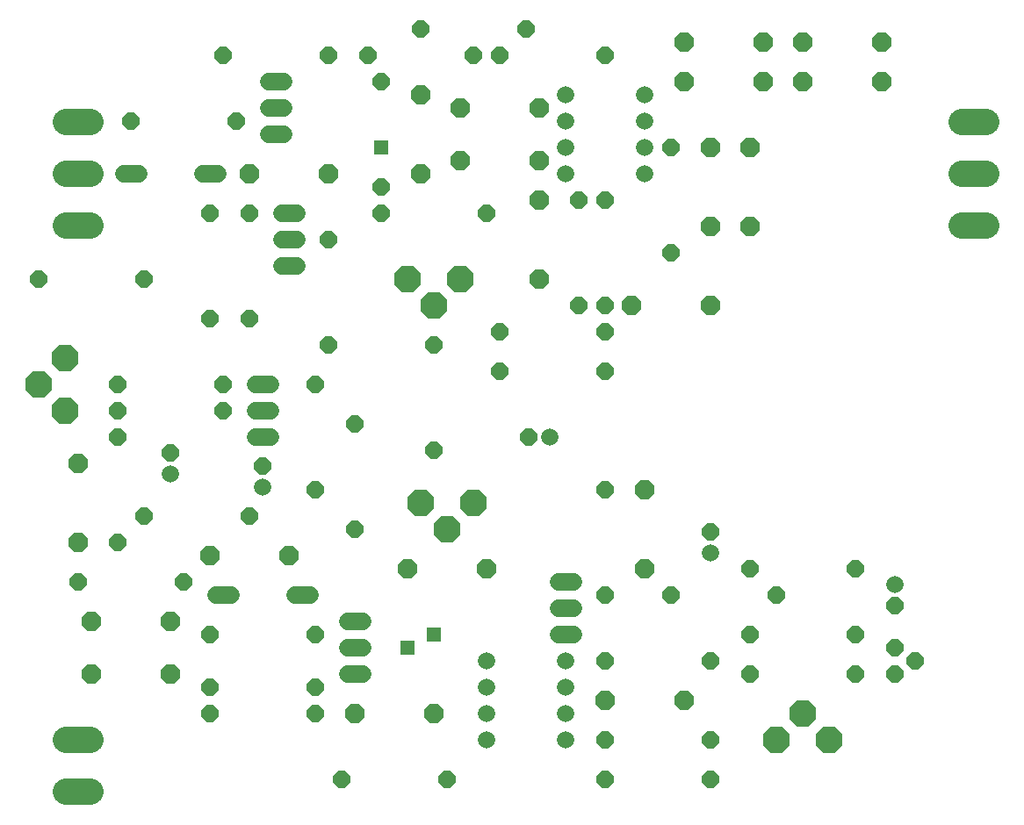
<source format=gbs>
G75*
G70*
%OFA0B0*%
%FSLAX24Y24*%
%IPPOS*%
%LPD*%
%AMOC8*
5,1,8,0,0,1.08239X$1,22.5*
%
%ADD10OC8,0.0656*%
%ADD11C,0.0656*%
%ADD12OC8,0.0728*%
%ADD13C,0.0656*%
%ADD14OC8,0.1016*%
%ADD15C,0.1016*%
%ADD16R,0.0552X0.0552*%
D10*
X008733Y004600D03*
X008733Y005600D03*
X008733Y007600D03*
X007733Y009600D03*
X005233Y011100D03*
X006233Y012100D03*
X007233Y014500D03*
X005233Y015100D03*
X005233Y016100D03*
X005233Y017100D03*
X008733Y019600D03*
X010233Y019600D03*
X013233Y018600D03*
X012733Y017100D03*
X014233Y015600D03*
X017233Y014600D03*
X020833Y015100D03*
X023733Y013100D03*
X027733Y011500D03*
X029233Y010100D03*
X030233Y009100D03*
X029233Y007600D03*
X029233Y006100D03*
X027733Y006600D03*
X026233Y009100D03*
X023733Y009100D03*
X023733Y006600D03*
X023733Y003600D03*
X023733Y002100D03*
X027733Y002100D03*
X027733Y003600D03*
X033233Y006100D03*
X034733Y006100D03*
X035483Y006600D03*
X034733Y007100D03*
X033233Y007600D03*
X034733Y008700D03*
X033233Y010100D03*
X023733Y017600D03*
X023733Y019100D03*
X023733Y020100D03*
X022733Y020100D03*
X019733Y019100D03*
X019733Y017600D03*
X017233Y018600D03*
X013233Y022600D03*
X015233Y023600D03*
X015233Y024600D03*
X019233Y023600D03*
X022733Y024100D03*
X023733Y024100D03*
X026233Y022100D03*
X026233Y026100D03*
X023733Y029600D03*
X020733Y030600D03*
X019733Y029600D03*
X018733Y029600D03*
X016733Y030600D03*
X014733Y029600D03*
X015233Y028600D03*
X013233Y029600D03*
X009733Y027100D03*
X009233Y029600D03*
X005733Y027100D03*
X008733Y023600D03*
X010233Y023600D03*
X006233Y021100D03*
X002233Y021100D03*
X009233Y017100D03*
X009233Y016100D03*
X010733Y014000D03*
X012733Y013100D03*
X014233Y011600D03*
X010233Y012100D03*
X012733Y007600D03*
X012733Y005600D03*
X012733Y004600D03*
X013733Y002100D03*
X017733Y002100D03*
X003733Y009600D03*
D11*
X008945Y009100D02*
X009521Y009100D01*
X011945Y009100D02*
X012521Y009100D01*
X013945Y008100D02*
X014521Y008100D01*
X014521Y007100D02*
X013945Y007100D01*
X013945Y006100D02*
X014521Y006100D01*
X021945Y007600D02*
X022521Y007600D01*
X022521Y008600D02*
X021945Y008600D01*
X021945Y009600D02*
X022521Y009600D01*
X011021Y015100D02*
X010445Y015100D01*
X010445Y016100D02*
X011021Y016100D01*
X011021Y017100D02*
X010445Y017100D01*
X011445Y021600D02*
X012021Y021600D01*
X012021Y022600D02*
X011445Y022600D01*
X011445Y023600D02*
X012021Y023600D01*
X009021Y025100D02*
X008445Y025100D01*
X006021Y025100D02*
X005445Y025100D01*
X010945Y026600D02*
X011521Y026600D01*
X011521Y027600D02*
X010945Y027600D01*
X010945Y028600D02*
X011521Y028600D01*
D12*
X010233Y025100D03*
X013233Y025100D03*
X016733Y025100D03*
X018233Y025600D03*
X018233Y027600D03*
X016733Y028100D03*
X021233Y027600D03*
X021233Y025600D03*
X021233Y024100D03*
X021233Y021100D03*
X024733Y020100D03*
X027733Y020100D03*
X027733Y023100D03*
X029233Y023100D03*
X029233Y026100D03*
X027733Y026100D03*
X026733Y028600D03*
X026733Y030100D03*
X029733Y030100D03*
X031233Y030100D03*
X031233Y028600D03*
X029733Y028600D03*
X034233Y028600D03*
X034233Y030100D03*
X025233Y013100D03*
X025233Y010100D03*
X019233Y010100D03*
X016233Y010100D03*
X011733Y010600D03*
X008733Y010600D03*
X007233Y008100D03*
X007233Y006100D03*
X004233Y006100D03*
X004233Y008100D03*
X003733Y011100D03*
X003733Y014100D03*
X014233Y004600D03*
X017233Y004600D03*
X023733Y005100D03*
X026733Y005100D03*
D13*
X022233Y004600D03*
X022233Y003600D03*
X022233Y005600D03*
X022233Y006600D03*
X019233Y006600D03*
X019233Y005600D03*
X019233Y004600D03*
X019233Y003600D03*
X027733Y010700D03*
X021633Y015100D03*
X010733Y013200D03*
X007233Y013700D03*
X022233Y025100D03*
X022233Y026100D03*
X022233Y027100D03*
X022233Y028100D03*
X025233Y028100D03*
X025233Y027100D03*
X025233Y026100D03*
X025233Y025100D03*
X034733Y009500D03*
D14*
X031233Y004600D03*
X030233Y003600D03*
X032233Y003600D03*
X018733Y012600D03*
X017733Y011600D03*
X016733Y012600D03*
X017233Y020100D03*
X016233Y021100D03*
X018233Y021100D03*
X003233Y018100D03*
X002233Y017100D03*
X003233Y016100D03*
D15*
X003265Y001610D02*
X004201Y001610D01*
X004201Y003580D02*
X003265Y003580D01*
X003265Y023130D02*
X004201Y023130D01*
X004201Y025100D02*
X003265Y025100D01*
X003265Y027070D02*
X004201Y027070D01*
X037265Y027070D02*
X038201Y027070D01*
X038201Y025100D02*
X037265Y025100D01*
X037265Y023130D02*
X038201Y023130D01*
D16*
X017233Y007600D03*
X016233Y007100D03*
X015233Y026100D03*
M02*

</source>
